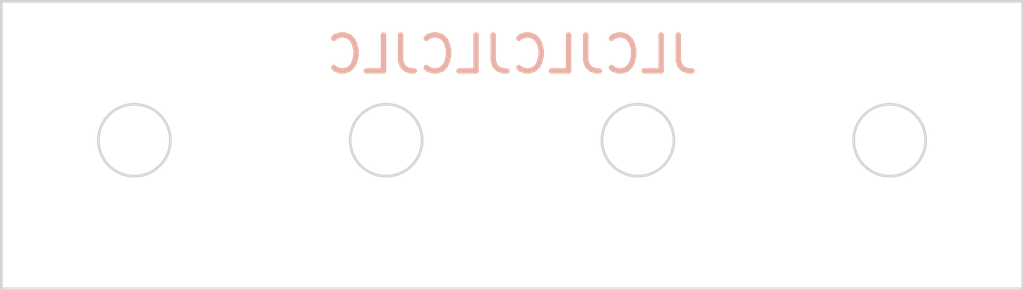
<source format=kicad_pcb>
(kicad_pcb (version 20211014) (generator pcbnew)

  (general
    (thickness 1.6)
  )

  (paper "A4")
  (layers
    (0 "F.Cu" signal)
    (31 "B.Cu" signal)
    (32 "B.Adhes" user "B.Adhesive")
    (33 "F.Adhes" user "F.Adhesive")
    (34 "B.Paste" user)
    (35 "F.Paste" user)
    (36 "B.SilkS" user "B.Silkscreen")
    (37 "F.SilkS" user "F.Silkscreen")
    (38 "B.Mask" user)
    (39 "F.Mask" user)
    (40 "Dwgs.User" user "User.Drawings")
    (41 "Cmts.User" user "User.Comments")
    (42 "Eco1.User" user "User.Eco1")
    (43 "Eco2.User" user "User.Eco2")
    (44 "Edge.Cuts" user)
    (45 "Margin" user)
    (46 "B.CrtYd" user "B.Courtyard")
    (47 "F.CrtYd" user "F.Courtyard")
    (48 "B.Fab" user)
    (49 "F.Fab" user)
    (50 "User.1" user)
    (51 "User.2" user)
    (52 "User.3" user)
    (53 "User.4" user)
    (54 "User.5" user)
    (55 "User.6" user)
    (56 "User.7" user)
    (57 "User.8" user)
    (58 "User.9" user)
  )

  (setup
    (pad_to_mask_clearance 0)
    (pcbplotparams
      (layerselection 0x00010fc_ffffffff)
      (disableapertmacros false)
      (usegerberextensions false)
      (usegerberattributes true)
      (usegerberadvancedattributes true)
      (creategerberjobfile true)
      (svguseinch false)
      (svgprecision 6)
      (excludeedgelayer true)
      (plotframeref false)
      (viasonmask false)
      (mode 1)
      (useauxorigin false)
      (hpglpennumber 1)
      (hpglpenspeed 20)
      (hpglpendiameter 15.000000)
      (dxfpolygonmode true)
      (dxfimperialunits true)
      (dxfusepcbnewfont true)
      (psnegative false)
      (psa4output false)
      (plotreference true)
      (plotvalue true)
      (plotinvisibletext false)
      (sketchpadsonfab false)
      (subtractmaskfromsilk false)
      (outputformat 1)
      (mirror false)
      (drillshape 0)
      (scaleselection 1)
      (outputdirectory "C:/Users/Lenovo L14/Documents/KiCad-Projects/RJ21_RJ45_PRIMARY_BREAKOUT_INSULATOR/gerbers/")
    )
  )

  (net 0 "")

  (gr_circle (center 141.625 88.85) (end 143.625 88.85) (layer "Edge.Cuts") (width 0.15) (fill none) (tstamp 4c064b17-bebd-4246-9fa7-079af538ec12))
  (gr_circle (center 169.605 88.85) (end 171.605 88.85) (layer "Edge.Cuts") (width 0.15) (fill none) (tstamp 5252e525-62f6-46d8-b6f7-836d2f2cf350))
  (gr_rect (start 134.235 81.12) (end 190.985 97.12) (layer "Edge.Cuts") (width 0.15) (fill none) (tstamp 6eafece0-f6de-4cce-ab42-8b237afd494d))
  (gr_circle (center 155.615 88.85) (end 157.615 88.85) (layer "Edge.Cuts") (width 0.15) (fill none) (tstamp 8051d1a3-8af1-48fd-acc3-54c4ab2291d3))
  (gr_circle (center 183.595 88.85) (end 185.595 88.85) (layer "Edge.Cuts") (width 0.15) (fill none) (tstamp be6a0f20-b66a-45d2-a52c-8228d504963c))
  (gr_text "JLCJLCJLCJLC" (at 162.61 84.08) (layer "B.SilkS") (tstamp 9e6e5973-3e62-4ca7-926f-7253233b09bc)
    (effects (font (size 2 2) (thickness 0.3)) (justify mirror))
  )

)

</source>
